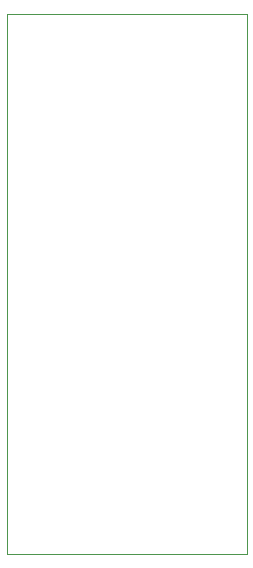
<source format=gbr>
%TF.GenerationSoftware,KiCad,Pcbnew,7.0.5*%
%TF.CreationDate,2024-06-27T22:40:16-04:00*%
%TF.ProjectId,ScrewSwitch,53637265-7753-4776-9974-63682e6b6963,rev?*%
%TF.SameCoordinates,Original*%
%TF.FileFunction,Profile,NP*%
%FSLAX46Y46*%
G04 Gerber Fmt 4.6, Leading zero omitted, Abs format (unit mm)*
G04 Created by KiCad (PCBNEW 7.0.5) date 2024-06-27 22:40:16*
%MOMM*%
%LPD*%
G01*
G04 APERTURE LIST*
%TA.AperFunction,Profile*%
%ADD10C,0.100000*%
%TD*%
G04 APERTURE END LIST*
D10*
X129855961Y-81245075D02*
X150175961Y-81245075D01*
X150175961Y-126965075D01*
X129855961Y-126965075D01*
X129855961Y-81245075D01*
M02*

</source>
